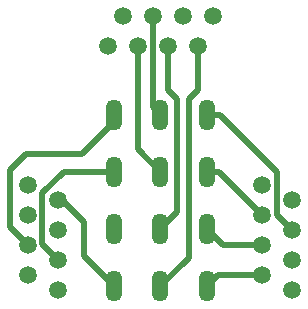
<source format=gtl>
%FSLAX33Y33*%
%MOMM*%
%AMRR-H2630000-W1359999-R680000-RO0.000*
21,1,1.359999,1.270001,0.,0.,360*
1,1,1.359999,0.,0.6350005*
1,1,1.359999,0.,0.6350005*
1,1,1.359999,0.,-0.6350005*
1,1,1.359999,-0.,-0.6350005*%
%ADD10C,0.508*%
%ADD11C,1.49*%
%ADD12C,1.49*%
%ADD13RR-H2630000-W1359999-R680000-RO0.000*%
%ADD14C,1.49*%
D10*
%LNtop copper_traces*%
G01*
X29900Y13815D02*
X25070Y18645D01*
X19359Y19286D02*
X20000Y18645D01*
X13500Y6695D02*
X13500Y9620D01*
X25070Y18645D02*
X23960Y18645D01*
X11360Y6369D02*
X10000Y7729D01*
X10000Y12000D02*
X11815Y13815D01*
X22400Y6555D02*
X20000Y4155D01*
X20629Y24460D02*
X20629Y20781D01*
X21450Y10435D02*
X20000Y8985D01*
X25004Y13815D02*
X23960Y13815D01*
X28640Y5099D02*
X24904Y5099D01*
X28640Y7639D02*
X25306Y7639D01*
X13500Y9620D02*
X11671Y11449D01*
X31180Y8909D02*
X29900Y10189D01*
X16040Y4155D02*
X13500Y6695D01*
X23169Y24460D02*
X23169Y20729D01*
X22400Y19960*
X8611Y15300D02*
X13330Y15300D01*
X24904Y5099D02*
X23960Y4155D01*
X21450Y19960D02*
X21450Y10435D01*
X18089Y15726D02*
X20000Y13815D01*
X7300Y9159D02*
X7300Y13989D01*
X19359Y27000D02*
X19359Y19286D01*
X20629Y20781D02*
X21450Y19960D01*
X25306Y7639D02*
X23960Y8985D01*
X10000Y7729D02*
X10000Y12000D01*
X7300Y13989D02*
X8611Y15300D01*
X22400Y19960D02*
X22400Y6555D01*
X28640Y10179D02*
X25004Y13815D01*
X13330Y15300D02*
X16040Y18010D01*
X8820Y7639D02*
X7300Y9159D01*
X11815Y13815D02*
X16040Y13815D01*
X18089Y24460D02*
X18089Y15726D01*
X29900Y10189D02*
X29900Y13815D01*
%LNtop copper component 528083829f38ff3a*%
D11*
X11360Y11449D03*
X11360Y8909D03*
X11360Y6369D03*
X11360Y3829D03*
X8820Y5099D03*
X8820Y7639D03*
X8820Y10179D03*
X8820Y12719D03*
%LNtop copper component e80d9c547b7992d0*%
D12*
X28640Y5099D03*
X28640Y7639D03*
X28640Y10179D03*
X28640Y12719D03*
X31180Y11449D03*
X31180Y8909D03*
X31180Y6369D03*
X31180Y3829D03*
%LNtop copper component 022b9f9361636321*%
D13*
X16040Y4155D03*
X20000Y4155D03*
X23960Y4155D03*
X16040Y8985D03*
X20000Y8985D03*
X23960Y8985D03*
X16040Y13815D03*
X20000Y13815D03*
X23960Y13815D03*
X16040Y18645D03*
X20000Y18645D03*
X23960Y18645D03*
%LNtop copper component 54b5fff6b965416f*%
D14*
X23169Y24460D03*
X20629Y24460D03*
X18089Y24460D03*
X15549Y24460D03*
X16819Y27000D03*
X19359Y27000D03*
X21899Y27000D03*
X24439Y27000D03*
M02*
</source>
